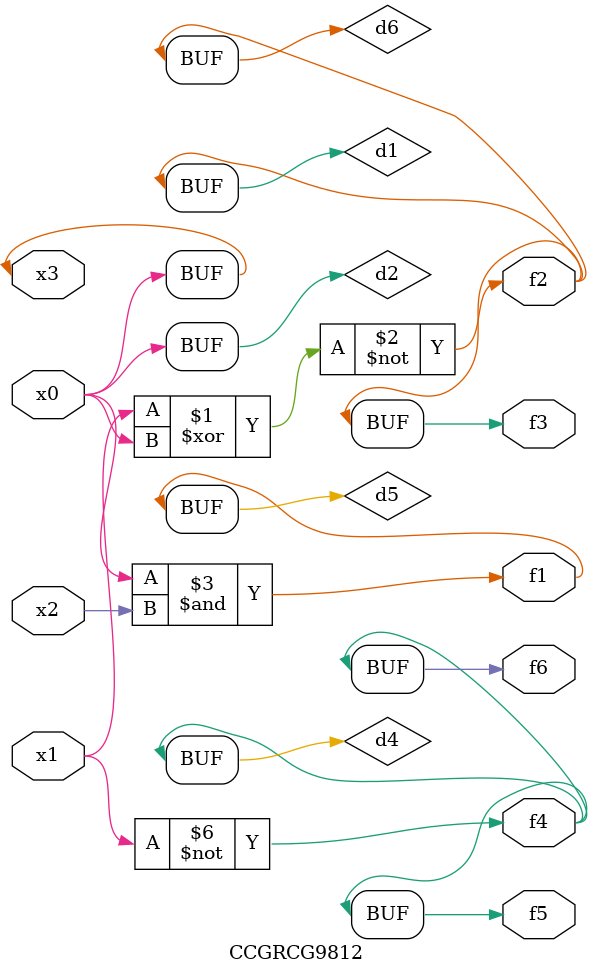
<source format=v>
module CCGRCG9812(
	input x0, x1, x2, x3,
	output f1, f2, f3, f4, f5, f6
);

	wire d1, d2, d3, d4, d5, d6;

	xnor (d1, x1, x3);
	buf (d2, x0, x3);
	nand (d3, x0, x2);
	not (d4, x1);
	nand (d5, d3);
	or (d6, d1);
	assign f1 = d5;
	assign f2 = d6;
	assign f3 = d6;
	assign f4 = d4;
	assign f5 = d4;
	assign f6 = d4;
endmodule

</source>
